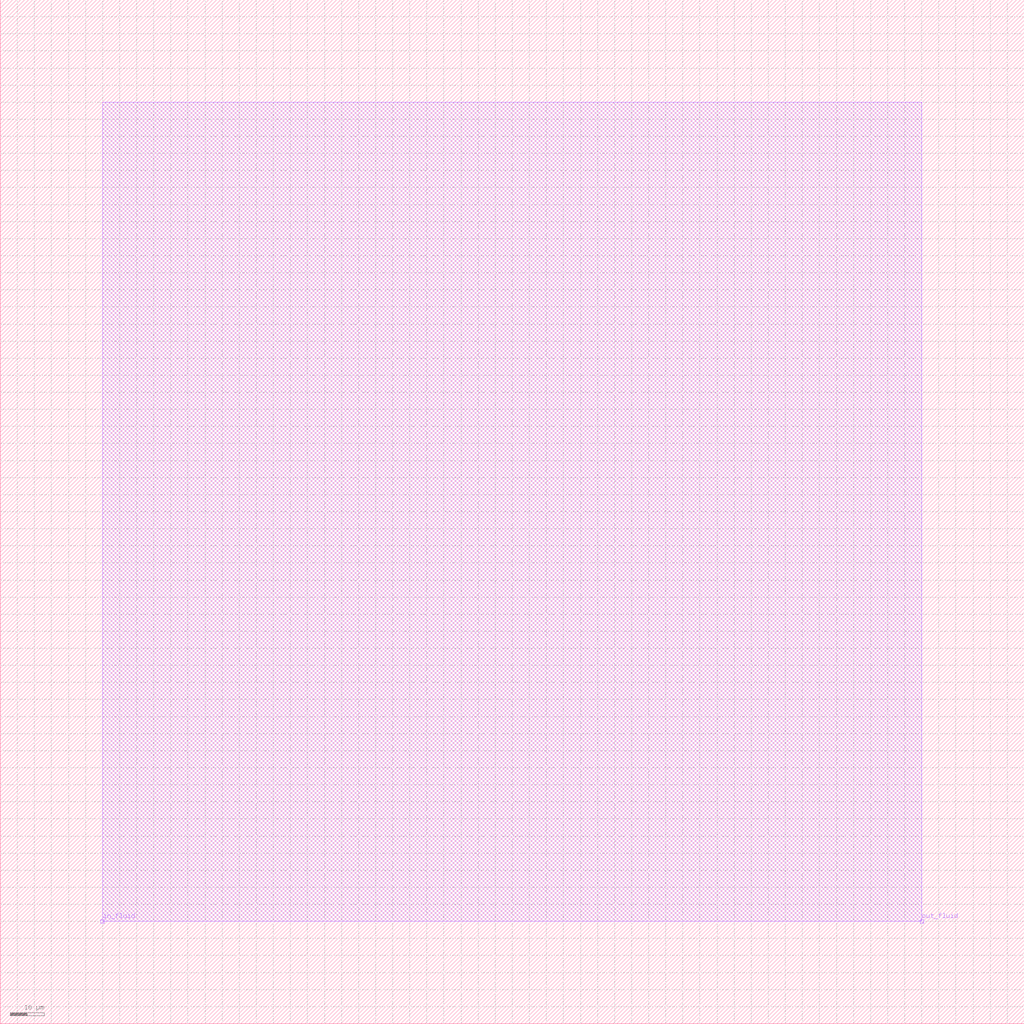
<source format=lef>

MACRO serpentine_200px_0
  CLASS CORE ;
  ORIGIN  0 0 ;
  FOREIGN serpentine_200px_0 0 0 ;
  SIZE 300 BY 300 ;
  SYMMETRY X Y ;
  SITE CoreSite ;
  PIN in_fluid
    DIRECTION INPUT ;
    USE SIGNAL ;
    PORT
      LAYER met1 ;
        RECT 29.5 29.5 30.5 30.5 ;
    END
  END in_fluid
  PIN out_fluid
    DIRECTION OUTPUT ;
    USE SIGNAL ;
    PORT
      LAYER met1 ;
        RECT 269.5 29.5 270.5 30.5 ;
    END
  END out_fluid
  OBS
    LAYER met1 ;
      RECT 30 30 270 270 ;
  END
  PROPERTY CatenaDesignType "deviceLevel" ;
END serpentine_200px_0

</source>
